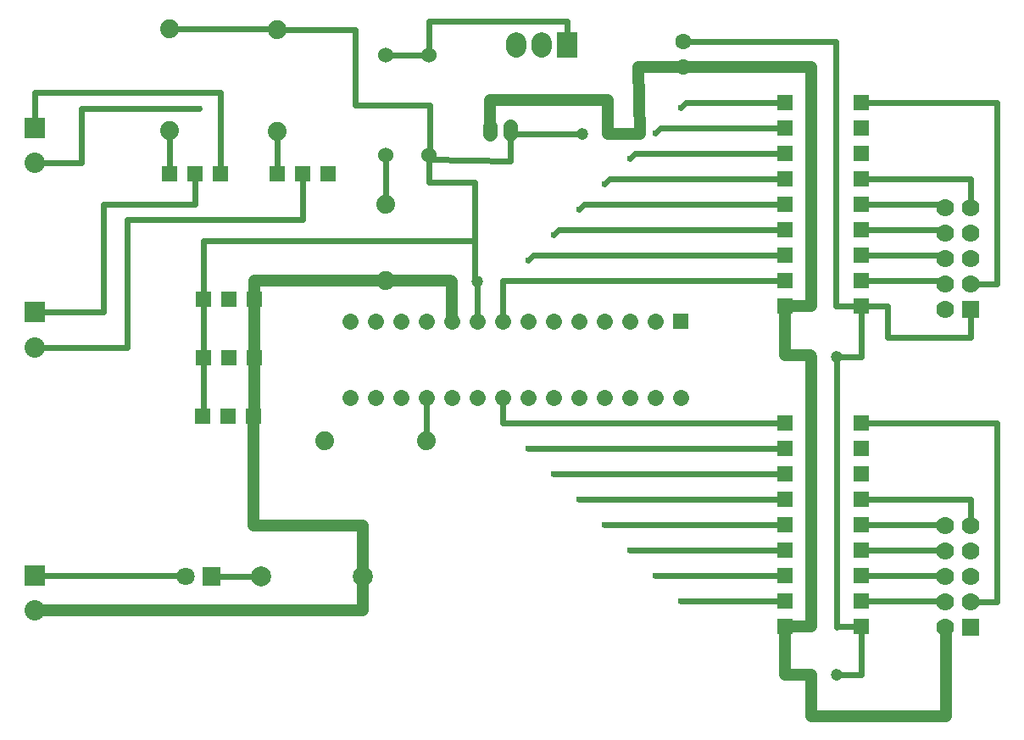
<source format=gbl>
G04 Layer: BottomLayer*
G04 EasyEDA v6.5.8, 2022-08-15 07:29:34*
G04 028e3914a6f949ed9ca799ef75e4ed4f,10*
G04 Gerber Generator version 0.2*
G04 Scale: 100 percent, Rotated: No, Reflected: No *
G04 Dimensions in millimeters *
G04 leading zeros omitted , absolute positions ,4 integer and 5 decimal *
%FSLAX45Y45*%
%MOMM*%

%ADD10C,0.6096*%
%ADD11C,1.2192*%
%ADD12C,1.1938*%
%ADD13R,2.0320X2.0320*%
%ADD14C,2.0320*%
%ADD15R,1.6510X1.6510*%
%ADD16C,1.7780*%
%ADD17C,1.8796*%
%ADD18C,2.0000*%
%ADD19R,1.6000X1.6000*%
%ADD20C,1.8000*%
%ADD21R,1.5240X1.5240*%
%ADD22R,1.6002X1.6002*%
%ADD23C,1.5240*%
%ADD24C,1.6000*%
%ADD25C,0.6200*%
%ADD26C,1.4000*%
%ADD27C,0.0184*%

%LPD*%
D10*
X9359900Y8763000D02*
G01*
X10718800Y8763000D01*
X10718800Y6946900D01*
X10452100Y6946900D01*
X9359900Y5562600D02*
G01*
X10718800Y5562600D01*
X10718800Y3771900D01*
X10452100Y3771900D01*
X9118600Y6223000D02*
G01*
X9118600Y3517900D01*
X9131300Y3530600D01*
X9359900Y3530600D01*
X7556500Y3784600D02*
G01*
X8597900Y3784600D01*
X7302500Y4038600D02*
G01*
X8597900Y4038600D01*
X7048500Y4292600D02*
G01*
X8597900Y4292600D01*
X6794500Y4546600D02*
G01*
X8597900Y4546600D01*
X6540500Y4800600D02*
G01*
X8597900Y4800600D01*
X9359900Y4800600D02*
G01*
X10452100Y4800600D01*
X10452100Y4533900D01*
X9359900Y4546600D02*
G01*
X10185400Y4546600D01*
X10198100Y4533900D01*
X9359900Y4292600D02*
G01*
X10185400Y4292600D01*
X10198100Y4279900D01*
X9359900Y4038600D02*
G01*
X10185400Y4038600D01*
X10198100Y4025900D01*
X9359900Y3784600D02*
G01*
X10185400Y3784600D01*
X10198100Y3771900D01*
X9359900Y8001000D02*
G01*
X10452100Y8001000D01*
X10452100Y7708900D01*
X6286500Y5054600D02*
G01*
X8597900Y5054600D01*
X6032500Y5308600D02*
G01*
X8597900Y5308600D01*
D11*
X7581900Y9118600D02*
G01*
X8864600Y9118600D01*
X8864600Y6731000D01*
X8597900Y6731000D01*
D10*
X9118600Y3048000D02*
G01*
X9359900Y3048000D01*
X9359900Y3530600D01*
X9359900Y7747000D02*
G01*
X10160000Y7747000D01*
X10198100Y7708900D01*
X9359900Y7493000D02*
G01*
X10160000Y7493000D01*
X10198100Y7454900D01*
X9359900Y7239000D02*
G01*
X10160000Y7239000D01*
X10198100Y7200900D01*
X9359900Y6985000D02*
G01*
X10160000Y6985000D01*
X10198100Y6946900D01*
X9359900Y6731000D02*
G01*
X9626600Y6731000D01*
X9626600Y6413500D01*
X10452100Y6413500D01*
X10452100Y6692900D01*
X9118600Y6223000D02*
G01*
X9359900Y6223000D01*
X9359900Y6731000D01*
X7581900Y9372600D02*
G01*
X9105900Y9372600D01*
X9105900Y6731000D01*
X9359900Y6731000D01*
X7607300Y8763000D02*
G01*
X8597900Y8763000D01*
X7353300Y8509000D02*
G01*
X8597900Y8509000D01*
X7099300Y8255000D02*
G01*
X8597900Y8255000D01*
X6845300Y8001000D02*
G01*
X8597900Y8001000D01*
X6591300Y7747000D02*
G01*
X8597900Y7747000D01*
X6337300Y7493000D02*
G01*
X8597900Y7493000D01*
X6083300Y7239000D02*
G01*
X8597900Y7239000D01*
D11*
X8864600Y3048000D02*
G01*
X8864600Y2628900D01*
X10210800Y2628900D01*
X10210800Y3505200D01*
X10198100Y3517900D01*
X8597900Y6731000D02*
G01*
X8597900Y6235700D01*
X8851900Y6235700D01*
X8864600Y6223000D01*
X8597900Y3530600D02*
G01*
X8864600Y3530600D01*
X8864600Y6223000D01*
X8597900Y3530600D02*
G01*
X8597900Y3048000D01*
X8864600Y3048000D01*
D10*
X5778500Y6985000D02*
G01*
X8597900Y6985000D01*
X5778500Y5562600D02*
G01*
X8597900Y5562600D01*
X7556500Y8712200D02*
G01*
X7607300Y8763000D01*
X7302500Y8458200D02*
G01*
X7353300Y8509000D01*
X7048500Y8204200D02*
G01*
X7099300Y8255000D01*
X6794500Y7950200D02*
G01*
X6845300Y8001000D01*
X6540500Y7696200D02*
G01*
X6591300Y7747000D01*
X6286500Y7442200D02*
G01*
X6337300Y7493000D01*
X6032500Y7188200D02*
G01*
X6083300Y7239000D01*
X5778500Y6578600D02*
G01*
X5778500Y6985000D01*
X5778500Y5816600D02*
G01*
X5778500Y5562600D01*
X1104900Y8157387D02*
G01*
X1574800Y8157387D01*
X1574800Y8699500D01*
X2745308Y8699500D01*
X3530600Y9486900D02*
G01*
X4305300Y9486900D01*
X4305300Y8737600D01*
X5054600Y8737600D01*
X5054600Y8249234D01*
X5041900Y8236534D01*
X6578600Y8445500D02*
G01*
X5892800Y8445500D01*
X5854700Y8483600D01*
X1104900Y6315887D02*
G01*
X2032000Y6315887D01*
X2032000Y7594600D01*
X3784600Y7594600D01*
X3784600Y8051800D01*
X1104900Y6665899D02*
G01*
X1790700Y6665899D01*
X1790700Y7747000D01*
X2705100Y7747000D01*
X2705100Y8051800D01*
X1104900Y8507399D02*
G01*
X1104900Y8864600D01*
X2959100Y8864600D01*
X2959100Y8051800D01*
X3530600Y8470900D02*
G01*
X3530600Y8051800D01*
X2451100Y8483600D02*
G01*
X2451100Y8051800D01*
X2451100Y9499600D02*
G01*
X3517900Y9499600D01*
X3530600Y9486900D01*
X2794000Y6794500D02*
G01*
X2794000Y7378700D01*
X5499100Y7378700D01*
X2794000Y6794500D02*
G01*
X2794000Y6210300D01*
X2781300Y5626100D02*
G01*
X2794000Y5638800D01*
X2794000Y6210300D01*
D11*
X5270500Y6972300D02*
G01*
X5270500Y6578600D01*
X4610100Y6985000D02*
G01*
X5257800Y6985000D01*
X5270500Y6972300D01*
D10*
X5016500Y5816600D02*
G01*
X5016500Y5384800D01*
X5524500Y6972300D02*
G01*
X5524500Y6578600D01*
X5041900Y8236534D02*
G01*
X5041900Y7962900D01*
X5499100Y7962900D01*
X5499100Y6997700D01*
X5524500Y6972300D01*
X4610100Y8236534D02*
G01*
X4610100Y7747000D01*
X1104900Y4036999D02*
G01*
X2605100Y4036999D01*
X2616200Y4025900D01*
X2870200Y4025900D02*
G01*
X3365500Y4025900D01*
D11*
X6832600Y8445500D02*
G01*
X6832600Y8788400D01*
X5651500Y8788400D01*
X5651500Y8483600D01*
D10*
X5040101Y9236534D02*
G01*
X5040101Y9575800D01*
X6426200Y9575800D01*
X6426200Y9334500D01*
X4608296Y9236532D02*
G01*
X5040096Y9236532D01*
D11*
X3302000Y6794500D02*
G01*
X3302000Y6985000D01*
X4610100Y6985000D01*
X3302000Y6210300D02*
G01*
X3302000Y6794500D01*
X3289300Y5626100D02*
G01*
X3302000Y5638800D01*
X3302000Y6210300D01*
X4381500Y4025900D02*
G01*
X4381500Y4533900D01*
X3289300Y4533900D01*
X3289300Y5626100D01*
X1104900Y3686987D02*
G01*
X4381500Y3686987D01*
X4381500Y4025900D01*
X6832600Y8445500D02*
G01*
X7150100Y8445500D01*
X7137400Y9118600D01*
X7581900Y9118600D01*
D10*
X5854700Y8483600D02*
G01*
X5854700Y8178800D01*
X5041900Y8191500D01*
X5041900Y8236458D01*
D12*
G01*
X8864600Y3048000D03*
G01*
X9118600Y3048000D03*
G01*
X8864600Y6223000D03*
G01*
X9118600Y6223000D03*
G01*
X5270500Y6972300D03*
G01*
X5524500Y6972300D03*
D13*
G01*
X1104900Y4036999D03*
D14*
G01*
X1104900Y3686987D03*
D13*
G01*
X1104900Y6665899D03*
D14*
G01*
X1104900Y6315887D03*
D13*
G01*
X1104900Y8507399D03*
D14*
G01*
X1104900Y8157387D03*
D15*
G01*
X10452100Y3517900D03*
D16*
G01*
X10198100Y3517900D03*
G01*
X10452100Y3771900D03*
G01*
X10198100Y3771900D03*
G01*
X10452100Y4025900D03*
G01*
X10198100Y4025900D03*
G01*
X10452100Y4279900D03*
G01*
X10198100Y4279900D03*
G01*
X10452100Y4533900D03*
G01*
X10198100Y4533900D03*
D15*
G01*
X10452100Y6692900D03*
D16*
G01*
X10198100Y6692900D03*
G01*
X10452100Y6946900D03*
G01*
X10198100Y6946900D03*
G01*
X10452100Y7200900D03*
G01*
X10198100Y7200900D03*
G01*
X10452100Y7454900D03*
G01*
X10198100Y7454900D03*
G01*
X10452100Y7708900D03*
G01*
X10198100Y7708900D03*
D17*
G01*
X2451100Y9499600D03*
G01*
X2451100Y8483600D03*
D18*
G01*
X4381500Y4025900D03*
G01*
X3365500Y4025900D03*
D19*
G01*
X7556500Y6578600D03*
D20*
G01*
X2616200Y4025900D03*
G36*
X2780207Y4115892D02*
G01*
X2960192Y4115892D01*
X2960192Y3935907D01*
X2780207Y3935907D01*
G37*
D21*
G01*
X3530600Y8051800D03*
G01*
X3784600Y8051800D03*
G01*
X4038600Y8051800D03*
G01*
X2451100Y8051800D03*
G01*
X2705100Y8051800D03*
G01*
X2959100Y8051800D03*
G01*
X3289300Y5626100D03*
G01*
X3035300Y5626100D03*
G01*
X2781300Y5626100D03*
G01*
X3302000Y6210300D03*
G01*
X3048000Y6210300D03*
G01*
X2794000Y6210300D03*
G01*
X3302000Y6794500D03*
G01*
X3048000Y6794500D03*
G01*
X2794000Y6794500D03*
D17*
G01*
X5016500Y5384800D03*
G01*
X4000500Y5384800D03*
G01*
X3530600Y9486900D03*
G01*
X3530600Y8470900D03*
D22*
G01*
X8597900Y5562600D03*
G01*
X8597900Y5308600D03*
G01*
X8597900Y4038600D03*
G01*
X8597900Y3784600D03*
G01*
X8597900Y5054600D03*
G01*
X8597900Y4800600D03*
G01*
X8597900Y4292600D03*
G01*
X8597900Y4546600D03*
G01*
X8597900Y3530600D03*
G01*
X9359900Y3530600D03*
G01*
X9359900Y3784600D03*
G01*
X9359900Y4038600D03*
G01*
X9359900Y4292600D03*
G01*
X9359900Y4546600D03*
G01*
X9359900Y4800600D03*
G01*
X9359900Y5054600D03*
G01*
X9359900Y5308600D03*
G01*
X9359900Y5562600D03*
G01*
X8597900Y8763000D03*
G01*
X8597900Y8509000D03*
G01*
X8597900Y7239000D03*
G01*
X8597900Y6985000D03*
G01*
X8597900Y8255000D03*
G01*
X8597900Y8001000D03*
G01*
X8597900Y7493000D03*
G01*
X8597900Y7747000D03*
G01*
X8597900Y6731000D03*
G01*
X9359900Y6731000D03*
G01*
X9359900Y6985000D03*
G01*
X9359900Y7239000D03*
G01*
X9359900Y7493000D03*
G01*
X9359900Y7747000D03*
G01*
X9359900Y8001000D03*
G01*
X9359900Y8255000D03*
G01*
X9359900Y8509000D03*
G01*
X9359900Y8763000D03*
D12*
G01*
X6578600Y8445500D03*
G01*
X6832600Y8445500D03*
D23*
G01*
X4610100Y8236534D03*
G01*
X4608296Y9236532D03*
G36*
X6526275Y9209531D02*
G01*
X6326124Y9209531D01*
X6326124Y9459468D01*
X6526275Y9459468D01*
G37*
D24*
G01*
X7581900Y9372600D03*
G01*
X7581900Y9118600D03*
D23*
G01*
X5041900Y8236534D03*
G01*
X5040096Y9236532D03*
D17*
G01*
X4610100Y7747000D03*
G01*
X4610100Y6985000D03*
D25*
G01*
X6032500Y7188200D03*
G01*
X6286500Y7442200D03*
G01*
X6540500Y7696200D03*
G01*
X6540500Y7696200D03*
G01*
X6794500Y7950200D03*
G01*
X7048500Y8204200D03*
G01*
X7302500Y8458200D03*
G01*
X7556500Y8712200D03*
G01*
X6032500Y5308600D03*
G01*
X6286500Y5054600D03*
G01*
X6540500Y4800600D03*
G01*
X6794500Y4546600D03*
G01*
X7048500Y4292600D03*
G01*
X7302500Y4038600D03*
G01*
X7556500Y3784600D03*
G01*
X2745308Y8699500D03*
D24*
X7048500Y5816600D02*
G01*
X7048500Y5816600D01*
X6794500Y5816600D02*
G01*
X6794500Y5816600D01*
X6540500Y5816600D02*
G01*
X6540500Y5816600D01*
X6286500Y5816600D02*
G01*
X6286500Y5816600D01*
X6032500Y5816600D02*
G01*
X6032500Y5816600D01*
X5778500Y5816600D02*
G01*
X5778500Y5816600D01*
X5524500Y5816600D02*
G01*
X5524500Y5816600D01*
X5524500Y6578600D02*
G01*
X5524500Y6578600D01*
X7302500Y5816600D02*
G01*
X7302500Y5816600D01*
X7556500Y5816600D02*
G01*
X7556500Y5816600D01*
X5778500Y6578600D02*
G01*
X5778500Y6578600D01*
X6032500Y6578600D02*
G01*
X6032500Y6578600D01*
X6286500Y6578600D02*
G01*
X6286500Y6578600D01*
X6540500Y6578600D02*
G01*
X6540500Y6578600D01*
X6794500Y6578600D02*
G01*
X6794500Y6578600D01*
X7048500Y6578600D02*
G01*
X7048500Y6578600D01*
X7302500Y6578600D02*
G01*
X7302500Y6578600D01*
X5270500Y6578600D02*
G01*
X5270500Y6578600D01*
X5016500Y6578600D02*
G01*
X5016500Y6578600D01*
X4762500Y6578600D02*
G01*
X4762500Y6578600D01*
X4508500Y6578600D02*
G01*
X4508500Y6578600D01*
X4254500Y6578600D02*
G01*
X4254500Y6578600D01*
X4254500Y5816600D02*
G01*
X4254500Y5816600D01*
X4508500Y5816600D02*
G01*
X4508500Y5816600D01*
X4762500Y5816600D02*
G01*
X4762500Y5816600D01*
X5016500Y5816600D02*
G01*
X5016500Y5816600D01*
X5270500Y5816600D02*
G01*
X5270500Y5816600D01*
D18*
X5918200Y9309498D02*
G01*
X5918200Y9359498D01*
X6172200Y9309498D02*
G01*
X6172200Y9359498D01*
D26*
X5854700Y8443600D02*
G01*
X5854700Y8523599D01*
X5651500Y8443600D02*
G01*
X5651500Y8523599D01*
M02*

</source>
